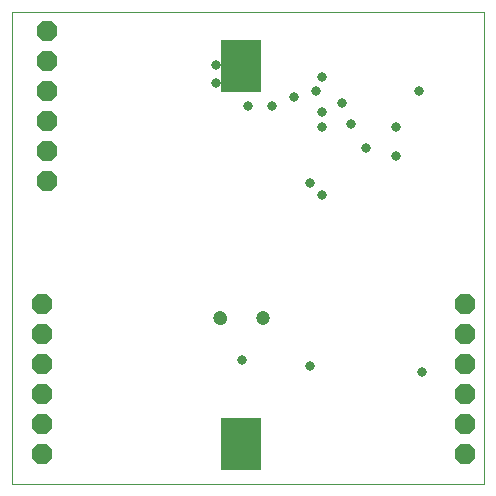
<source format=gbs>
G75*
%MOIN*%
%OFA0B0*%
%FSLAX25Y25*%
%IPPOS*%
%LPD*%
%AMOC8*
5,1,8,0,0,1.08239X$1,22.5*
%
%ADD10C,0.00000*%
%ADD11OC8,0.06800*%
%ADD12C,0.04737*%
%ADD13R,0.13600X0.17800*%
%ADD14C,0.03200*%
D10*
X0004867Y0001000D02*
X0004867Y0158480D01*
X0162347Y0158480D01*
X0162347Y0001000D01*
X0004867Y0001000D01*
X0072307Y0056433D02*
X0072309Y0056521D01*
X0072315Y0056609D01*
X0072325Y0056697D01*
X0072339Y0056785D01*
X0072356Y0056871D01*
X0072378Y0056957D01*
X0072403Y0057041D01*
X0072433Y0057125D01*
X0072465Y0057207D01*
X0072502Y0057287D01*
X0072542Y0057366D01*
X0072586Y0057443D01*
X0072633Y0057518D01*
X0072683Y0057590D01*
X0072737Y0057661D01*
X0072793Y0057728D01*
X0072853Y0057794D01*
X0072915Y0057856D01*
X0072981Y0057916D01*
X0073048Y0057972D01*
X0073119Y0058026D01*
X0073191Y0058076D01*
X0073266Y0058123D01*
X0073343Y0058167D01*
X0073422Y0058207D01*
X0073502Y0058244D01*
X0073584Y0058276D01*
X0073668Y0058306D01*
X0073752Y0058331D01*
X0073838Y0058353D01*
X0073924Y0058370D01*
X0074012Y0058384D01*
X0074100Y0058394D01*
X0074188Y0058400D01*
X0074276Y0058402D01*
X0074364Y0058400D01*
X0074452Y0058394D01*
X0074540Y0058384D01*
X0074628Y0058370D01*
X0074714Y0058353D01*
X0074800Y0058331D01*
X0074884Y0058306D01*
X0074968Y0058276D01*
X0075050Y0058244D01*
X0075130Y0058207D01*
X0075209Y0058167D01*
X0075286Y0058123D01*
X0075361Y0058076D01*
X0075433Y0058026D01*
X0075504Y0057972D01*
X0075571Y0057916D01*
X0075637Y0057856D01*
X0075699Y0057794D01*
X0075759Y0057728D01*
X0075815Y0057661D01*
X0075869Y0057590D01*
X0075919Y0057518D01*
X0075966Y0057443D01*
X0076010Y0057366D01*
X0076050Y0057287D01*
X0076087Y0057207D01*
X0076119Y0057125D01*
X0076149Y0057041D01*
X0076174Y0056957D01*
X0076196Y0056871D01*
X0076213Y0056785D01*
X0076227Y0056697D01*
X0076237Y0056609D01*
X0076243Y0056521D01*
X0076245Y0056433D01*
X0076243Y0056345D01*
X0076237Y0056257D01*
X0076227Y0056169D01*
X0076213Y0056081D01*
X0076196Y0055995D01*
X0076174Y0055909D01*
X0076149Y0055825D01*
X0076119Y0055741D01*
X0076087Y0055659D01*
X0076050Y0055579D01*
X0076010Y0055500D01*
X0075966Y0055423D01*
X0075919Y0055348D01*
X0075869Y0055276D01*
X0075815Y0055205D01*
X0075759Y0055138D01*
X0075699Y0055072D01*
X0075637Y0055010D01*
X0075571Y0054950D01*
X0075504Y0054894D01*
X0075433Y0054840D01*
X0075361Y0054790D01*
X0075286Y0054743D01*
X0075209Y0054699D01*
X0075130Y0054659D01*
X0075050Y0054622D01*
X0074968Y0054590D01*
X0074884Y0054560D01*
X0074800Y0054535D01*
X0074714Y0054513D01*
X0074628Y0054496D01*
X0074540Y0054482D01*
X0074452Y0054472D01*
X0074364Y0054466D01*
X0074276Y0054464D01*
X0074188Y0054466D01*
X0074100Y0054472D01*
X0074012Y0054482D01*
X0073924Y0054496D01*
X0073838Y0054513D01*
X0073752Y0054535D01*
X0073668Y0054560D01*
X0073584Y0054590D01*
X0073502Y0054622D01*
X0073422Y0054659D01*
X0073343Y0054699D01*
X0073266Y0054743D01*
X0073191Y0054790D01*
X0073119Y0054840D01*
X0073048Y0054894D01*
X0072981Y0054950D01*
X0072915Y0055010D01*
X0072853Y0055072D01*
X0072793Y0055138D01*
X0072737Y0055205D01*
X0072683Y0055276D01*
X0072633Y0055348D01*
X0072586Y0055423D01*
X0072542Y0055500D01*
X0072502Y0055579D01*
X0072465Y0055659D01*
X0072433Y0055741D01*
X0072403Y0055825D01*
X0072378Y0055909D01*
X0072356Y0055995D01*
X0072339Y0056081D01*
X0072325Y0056169D01*
X0072315Y0056257D01*
X0072309Y0056345D01*
X0072307Y0056433D01*
X0086480Y0056433D02*
X0086482Y0056521D01*
X0086488Y0056609D01*
X0086498Y0056697D01*
X0086512Y0056785D01*
X0086529Y0056871D01*
X0086551Y0056957D01*
X0086576Y0057041D01*
X0086606Y0057125D01*
X0086638Y0057207D01*
X0086675Y0057287D01*
X0086715Y0057366D01*
X0086759Y0057443D01*
X0086806Y0057518D01*
X0086856Y0057590D01*
X0086910Y0057661D01*
X0086966Y0057728D01*
X0087026Y0057794D01*
X0087088Y0057856D01*
X0087154Y0057916D01*
X0087221Y0057972D01*
X0087292Y0058026D01*
X0087364Y0058076D01*
X0087439Y0058123D01*
X0087516Y0058167D01*
X0087595Y0058207D01*
X0087675Y0058244D01*
X0087757Y0058276D01*
X0087841Y0058306D01*
X0087925Y0058331D01*
X0088011Y0058353D01*
X0088097Y0058370D01*
X0088185Y0058384D01*
X0088273Y0058394D01*
X0088361Y0058400D01*
X0088449Y0058402D01*
X0088537Y0058400D01*
X0088625Y0058394D01*
X0088713Y0058384D01*
X0088801Y0058370D01*
X0088887Y0058353D01*
X0088973Y0058331D01*
X0089057Y0058306D01*
X0089141Y0058276D01*
X0089223Y0058244D01*
X0089303Y0058207D01*
X0089382Y0058167D01*
X0089459Y0058123D01*
X0089534Y0058076D01*
X0089606Y0058026D01*
X0089677Y0057972D01*
X0089744Y0057916D01*
X0089810Y0057856D01*
X0089872Y0057794D01*
X0089932Y0057728D01*
X0089988Y0057661D01*
X0090042Y0057590D01*
X0090092Y0057518D01*
X0090139Y0057443D01*
X0090183Y0057366D01*
X0090223Y0057287D01*
X0090260Y0057207D01*
X0090292Y0057125D01*
X0090322Y0057041D01*
X0090347Y0056957D01*
X0090369Y0056871D01*
X0090386Y0056785D01*
X0090400Y0056697D01*
X0090410Y0056609D01*
X0090416Y0056521D01*
X0090418Y0056433D01*
X0090416Y0056345D01*
X0090410Y0056257D01*
X0090400Y0056169D01*
X0090386Y0056081D01*
X0090369Y0055995D01*
X0090347Y0055909D01*
X0090322Y0055825D01*
X0090292Y0055741D01*
X0090260Y0055659D01*
X0090223Y0055579D01*
X0090183Y0055500D01*
X0090139Y0055423D01*
X0090092Y0055348D01*
X0090042Y0055276D01*
X0089988Y0055205D01*
X0089932Y0055138D01*
X0089872Y0055072D01*
X0089810Y0055010D01*
X0089744Y0054950D01*
X0089677Y0054894D01*
X0089606Y0054840D01*
X0089534Y0054790D01*
X0089459Y0054743D01*
X0089382Y0054699D01*
X0089303Y0054659D01*
X0089223Y0054622D01*
X0089141Y0054590D01*
X0089057Y0054560D01*
X0088973Y0054535D01*
X0088887Y0054513D01*
X0088801Y0054496D01*
X0088713Y0054482D01*
X0088625Y0054472D01*
X0088537Y0054466D01*
X0088449Y0054464D01*
X0088361Y0054466D01*
X0088273Y0054472D01*
X0088185Y0054482D01*
X0088097Y0054496D01*
X0088011Y0054513D01*
X0087925Y0054535D01*
X0087841Y0054560D01*
X0087757Y0054590D01*
X0087675Y0054622D01*
X0087595Y0054659D01*
X0087516Y0054699D01*
X0087439Y0054743D01*
X0087364Y0054790D01*
X0087292Y0054840D01*
X0087221Y0054894D01*
X0087154Y0054950D01*
X0087088Y0055010D01*
X0087026Y0055072D01*
X0086966Y0055138D01*
X0086910Y0055205D01*
X0086856Y0055276D01*
X0086806Y0055348D01*
X0086759Y0055423D01*
X0086715Y0055500D01*
X0086675Y0055579D01*
X0086638Y0055659D01*
X0086606Y0055741D01*
X0086576Y0055825D01*
X0086551Y0055909D01*
X0086529Y0055995D01*
X0086512Y0056081D01*
X0086498Y0056169D01*
X0086488Y0056257D01*
X0086482Y0056345D01*
X0086480Y0056433D01*
D11*
X0016678Y0101984D03*
X0016678Y0111984D03*
X0016678Y0121984D03*
X0016678Y0131984D03*
X0016678Y0141984D03*
X0016678Y0151984D03*
X0014867Y0061000D03*
X0014867Y0051000D03*
X0014867Y0041000D03*
X0014867Y0031000D03*
X0014867Y0021000D03*
X0014867Y0011000D03*
X0156048Y0011000D03*
X0156048Y0021000D03*
X0156048Y0031000D03*
X0156048Y0041000D03*
X0156048Y0051000D03*
X0156048Y0061000D03*
D12*
X0088449Y0056433D03*
X0074276Y0056433D03*
D13*
X0081245Y0014386D03*
X0081245Y0140370D03*
D14*
X0072780Y0140764D03*
X0072780Y0134858D03*
X0083607Y0126984D03*
X0091481Y0126984D03*
X0098961Y0129937D03*
X0106245Y0131906D03*
X0108213Y0136827D03*
X0114906Y0127969D03*
X0108213Y0125016D03*
X0108213Y0120094D03*
X0118056Y0121079D03*
X0122977Y0113205D03*
X0132819Y0110252D03*
X0132819Y0120094D03*
X0140693Y0131906D03*
X0108213Y0097457D03*
X0104276Y0101394D03*
X0081638Y0042339D03*
X0104276Y0040370D03*
X0141678Y0038402D03*
M02*

</source>
